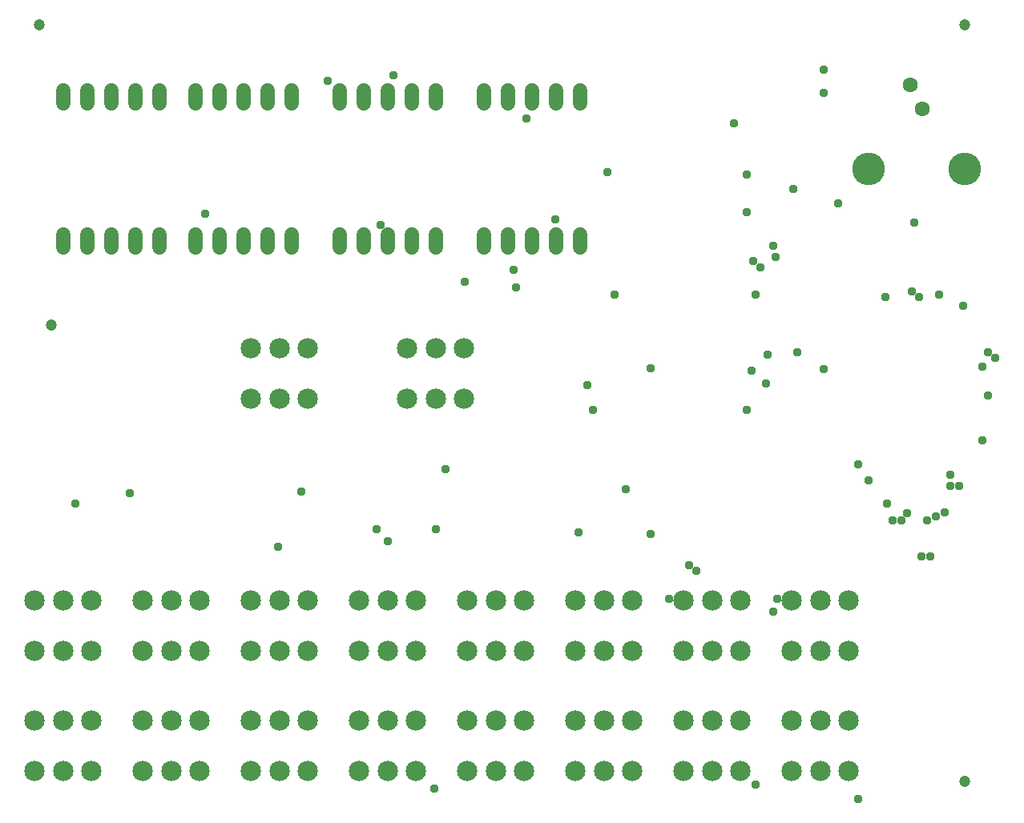
<source format=gbr>
G04 EAGLE Gerber RS-274X export*
G75*
%MOMM*%
%FSLAX34Y34*%
%LPD*%
%INSoldermask Bottom*%
%IPPOS*%
%AMOC8*
5,1,8,0,0,1.08239X$1,22.5*%
G01*
%ADD10C,1.203200*%
%ADD11C,1.524000*%
%ADD12C,2.153200*%
%ADD13C,1.600200*%
%ADD14C,3.454400*%
%ADD15C,0.959600*%


D10*
X38100Y838200D03*
X1016000Y838200D03*
X1016000Y38100D03*
X50800Y520700D03*
D11*
X203200Y602996D02*
X203200Y616204D01*
X228600Y616204D02*
X228600Y602996D01*
X254000Y602996D02*
X254000Y616204D01*
X279400Y616204D02*
X279400Y602996D01*
X304800Y602996D02*
X304800Y616204D01*
X304800Y755396D02*
X304800Y768604D01*
X279400Y768604D02*
X279400Y755396D01*
X254000Y755396D02*
X254000Y768604D01*
X228600Y768604D02*
X228600Y755396D01*
X203200Y755396D02*
X203200Y768604D01*
X63500Y616204D02*
X63500Y602996D01*
X88900Y602996D02*
X88900Y616204D01*
X114300Y616204D02*
X114300Y602996D01*
X139700Y602996D02*
X139700Y616204D01*
X165100Y616204D02*
X165100Y602996D01*
X165100Y755396D02*
X165100Y768604D01*
X139700Y768604D02*
X139700Y755396D01*
X114300Y755396D02*
X114300Y768604D01*
X88900Y768604D02*
X88900Y755396D01*
X63500Y755396D02*
X63500Y768604D01*
D12*
X147800Y102700D03*
X177800Y102700D03*
X207800Y102700D03*
X147800Y49700D03*
X177800Y49700D03*
X207800Y49700D03*
X33500Y102700D03*
X63500Y102700D03*
X93500Y102700D03*
X33500Y49700D03*
X63500Y49700D03*
X93500Y49700D03*
D11*
X355600Y602996D02*
X355600Y616204D01*
X381000Y616204D02*
X381000Y602996D01*
X406400Y602996D02*
X406400Y616204D01*
X431800Y616204D02*
X431800Y602996D01*
X457200Y602996D02*
X457200Y616204D01*
X457200Y755396D02*
X457200Y768604D01*
X431800Y768604D02*
X431800Y755396D01*
X406400Y755396D02*
X406400Y768604D01*
X381000Y768604D02*
X381000Y755396D01*
X355600Y755396D02*
X355600Y768604D01*
X508000Y616204D02*
X508000Y602996D01*
X533400Y602996D02*
X533400Y616204D01*
X558800Y616204D02*
X558800Y602996D01*
X584200Y602996D02*
X584200Y616204D01*
X609600Y616204D02*
X609600Y602996D01*
X609600Y755396D02*
X609600Y768604D01*
X584200Y768604D02*
X584200Y755396D01*
X558800Y755396D02*
X558800Y768604D01*
X533400Y768604D02*
X533400Y755396D01*
X508000Y755396D02*
X508000Y768604D01*
D12*
X262100Y102700D03*
X292100Y102700D03*
X322100Y102700D03*
X262100Y49700D03*
X292100Y49700D03*
X322100Y49700D03*
X376400Y102700D03*
X406400Y102700D03*
X436400Y102700D03*
X376400Y49700D03*
X406400Y49700D03*
X436400Y49700D03*
X490700Y102700D03*
X520700Y102700D03*
X550700Y102700D03*
X490700Y49700D03*
X520700Y49700D03*
X550700Y49700D03*
X605000Y102700D03*
X635000Y102700D03*
X665000Y102700D03*
X605000Y49700D03*
X635000Y49700D03*
X665000Y49700D03*
X719300Y102700D03*
X749300Y102700D03*
X779300Y102700D03*
X719300Y49700D03*
X749300Y49700D03*
X779300Y49700D03*
X719300Y229700D03*
X749300Y229700D03*
X779300Y229700D03*
X719300Y176700D03*
X749300Y176700D03*
X779300Y176700D03*
X833600Y102700D03*
X863600Y102700D03*
X893600Y102700D03*
X833600Y49700D03*
X863600Y49700D03*
X893600Y49700D03*
X33500Y229700D03*
X63500Y229700D03*
X93500Y229700D03*
X33500Y176700D03*
X63500Y176700D03*
X93500Y176700D03*
X147800Y229700D03*
X177800Y229700D03*
X207800Y229700D03*
X147800Y176700D03*
X177800Y176700D03*
X207800Y176700D03*
X262100Y229700D03*
X292100Y229700D03*
X322100Y229700D03*
X262100Y176700D03*
X292100Y176700D03*
X322100Y176700D03*
X376400Y229700D03*
X406400Y229700D03*
X436400Y229700D03*
X376400Y176700D03*
X406400Y176700D03*
X436400Y176700D03*
X490700Y229700D03*
X520700Y229700D03*
X550700Y229700D03*
X490700Y176700D03*
X520700Y176700D03*
X550700Y176700D03*
X605000Y229700D03*
X635000Y229700D03*
X665000Y229700D03*
X605000Y176700D03*
X635000Y176700D03*
X665000Y176700D03*
X833600Y229700D03*
X863600Y229700D03*
X893600Y229700D03*
X833600Y176700D03*
X863600Y176700D03*
X893600Y176700D03*
X262100Y496400D03*
X292100Y496400D03*
X322100Y496400D03*
X262100Y443400D03*
X292100Y443400D03*
X322100Y443400D03*
X427200Y496400D03*
X457200Y496400D03*
X487200Y496400D03*
X427200Y443400D03*
X457200Y443400D03*
X487200Y443400D03*
D13*
X971550Y749300D03*
X958850Y774700D03*
D14*
X914400Y685800D03*
X1016000Y685800D03*
D15*
X684276Y300228D03*
X608076Y301752D03*
X867156Y790956D03*
X786384Y640080D03*
X786384Y679704D03*
X342900Y778764D03*
X914400Y356616D03*
X467868Y368808D03*
X213360Y638556D03*
X995172Y323088D03*
X795528Y553212D03*
X989076Y553212D03*
X315468Y344424D03*
X807720Y489204D03*
X790956Y472440D03*
X684276Y475488D03*
X617220Y457200D03*
X394716Y304800D03*
X967740Y550164D03*
X970788Y275844D03*
X813816Y217932D03*
X839724Y492252D03*
X806196Y458724D03*
X786384Y431292D03*
X623316Y431292D03*
X291084Y286512D03*
X835152Y664464D03*
X134112Y342900D03*
X1040892Y446532D03*
X1014984Y541020D03*
X1048512Y486156D03*
X882396Y649224D03*
X818388Y231648D03*
X979932Y275844D03*
X1040892Y492252D03*
X813816Y605028D03*
X487680Y566928D03*
X792480Y588264D03*
X1034796Y477012D03*
X413004Y784860D03*
X76200Y332232D03*
X1001268Y362712D03*
X583692Y632460D03*
X704088Y231648D03*
X733044Y260604D03*
X1001268Y350520D03*
X795528Y35052D03*
X455676Y30480D03*
X976884Y313944D03*
X406908Y292608D03*
X986028Y318516D03*
X457200Y304800D03*
X800100Y582168D03*
X932688Y550164D03*
X867156Y473964D03*
X399288Y626364D03*
X638556Y682752D03*
X816864Y592836D03*
X960120Y556260D03*
X963168Y629412D03*
X903732Y19812D03*
X725424Y266700D03*
X1010412Y350520D03*
X903732Y373380D03*
X542544Y560832D03*
X1034796Y399288D03*
X553212Y739140D03*
X772668Y734568D03*
X867156Y766572D03*
X934212Y332232D03*
X539496Y579120D03*
X955548Y321564D03*
X949452Y313944D03*
X646176Y553212D03*
X658368Y347472D03*
X940308Y313944D03*
M02*

</source>
